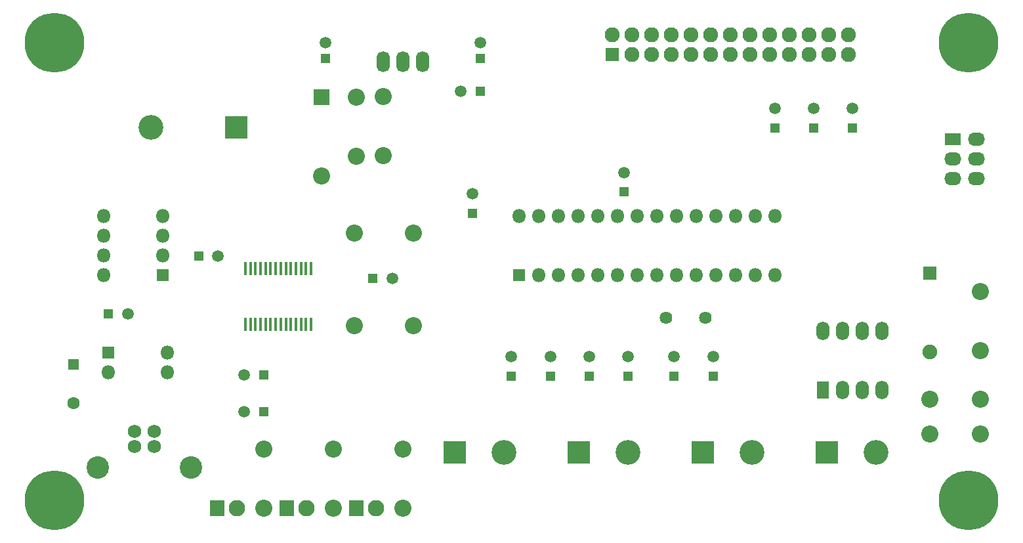
<source format=gts>
G04 #@! TF.GenerationSoftware,KiCad,Pcbnew,(5.0.0-rc2-20-gcf2a07559)*
G04 #@! TF.CreationDate,2018-05-24T23:42:55-07:00*
G04 #@! TF.ProjectId,Gecko_Controller,4765636B6F5F436F6E74726F6C6C6572,rev?*
G04 #@! TF.SameCoordinates,Original*
G04 #@! TF.FileFunction,Soldermask,Top*
G04 #@! TF.FilePolarity,Negative*
%FSLAX46Y46*%
G04 Gerber Fmt 4.6, Leading zero omitted, Abs format (unit mm)*
G04 Created by KiCad (PCBNEW (5.0.0-rc2-20-gcf2a07559)) date 05/24/18 23:42:55*
%MOMM*%
%LPD*%
G01*
G04 APERTURE LIST*
%ADD10R,0.450000X1.750000*%
%ADD11R,3.000000X3.000000*%
%ADD12C,3.203200*%
%ADD13R,1.727200X1.727200*%
%ADD14O,1.930400X1.930400*%
%ADD15O,1.704340X2.702560*%
%ADD16R,1.600000X1.600000*%
%ADD17O,1.803200X1.803200*%
%ADD18R,1.900000X2.000000*%
%ADD19C,2.103200*%
%ADD20C,1.727200*%
%ADD21C,2.903220*%
%ADD22R,1.498600X2.197100*%
%ADD23O,1.701800X2.400300*%
%ADD24R,2.000000X1.500000*%
%ADD25O,2.203200X1.703200*%
%ADD26C,2.202180*%
%ADD27C,2.203200*%
%ADD28R,1.998980X1.998980*%
%ADD29C,1.625600*%
%ADD30C,7.703200*%
%ADD31R,1.300000X1.300000*%
%ADD32C,1.503200*%
%ADD33C,1.902460*%
%ADD34R,1.699260X1.699260*%
%ADD35R,1.400000X1.400000*%
%ADD36C,1.603200*%
G04 APERTURE END LIST*
D10*
G04 #@! TO.C,U2*
X125129000Y-96095000D03*
X124479000Y-96095000D03*
X123829000Y-96095000D03*
X123179000Y-96095000D03*
X122529000Y-96095000D03*
X121879000Y-96095000D03*
X121229000Y-96095000D03*
X120579000Y-96095000D03*
X119929000Y-96095000D03*
X119279000Y-96095000D03*
X118629000Y-96095000D03*
X117979000Y-96095000D03*
X117329000Y-96095000D03*
X116679000Y-96095000D03*
X116679000Y-103295000D03*
X117329000Y-103295000D03*
X117979000Y-103295000D03*
X118629000Y-103295000D03*
X119279000Y-103295000D03*
X119929000Y-103295000D03*
X120579000Y-103295000D03*
X121229000Y-103295000D03*
X121879000Y-103295000D03*
X122529000Y-103295000D03*
X123179000Y-103295000D03*
X123829000Y-103295000D03*
X124479000Y-103295000D03*
X125129000Y-103295000D03*
G04 #@! TD*
D11*
G04 #@! TO.C,TB1*
X115500000Y-77900000D03*
D12*
X104500000Y-77900000D03*
G04 #@! TD*
D13*
G04 #@! TO.C,P3*
X164000000Y-68500000D03*
D14*
X164000000Y-65960000D03*
X166540000Y-68500000D03*
X166540000Y-65960000D03*
X169080000Y-68500000D03*
X169080000Y-65960000D03*
X171620000Y-68500000D03*
X171620000Y-65960000D03*
X174160000Y-68500000D03*
X174160000Y-65960000D03*
X176700000Y-68500000D03*
X176700000Y-65960000D03*
X179240000Y-68500000D03*
X179240000Y-65960000D03*
X181780000Y-68500000D03*
X181780000Y-65960000D03*
X184320000Y-68500000D03*
X184320000Y-65960000D03*
X186860000Y-68500000D03*
X186860000Y-65960000D03*
X189400000Y-68500000D03*
X189400000Y-65960000D03*
X191940000Y-68500000D03*
X191940000Y-65960000D03*
X194480000Y-68500000D03*
X194480000Y-65960000D03*
G04 #@! TD*
D15*
G04 #@! TO.C,U1*
X137000000Y-69500000D03*
X134460000Y-69500000D03*
X139540000Y-69500000D03*
G04 #@! TD*
D16*
G04 #@! TO.C,IC1*
X152000000Y-97000000D03*
D17*
X154540000Y-97000000D03*
X157080000Y-97000000D03*
X159620000Y-97000000D03*
X162160000Y-97000000D03*
X164700000Y-97000000D03*
X167240000Y-97000000D03*
X169780000Y-97000000D03*
X172320000Y-97000000D03*
X174860000Y-97000000D03*
X177400000Y-97000000D03*
X179940000Y-97000000D03*
X182480000Y-97000000D03*
X185020000Y-97000000D03*
X185020000Y-89380000D03*
X182480000Y-89380000D03*
X179940000Y-89380000D03*
X177400000Y-89380000D03*
X174860000Y-89380000D03*
X172320000Y-89380000D03*
X169780000Y-89380000D03*
X167240000Y-89380000D03*
X164700000Y-89380000D03*
X162160000Y-89380000D03*
X159620000Y-89380000D03*
X157080000Y-89380000D03*
X154540000Y-89380000D03*
X152000000Y-89380000D03*
G04 #@! TD*
D16*
G04 #@! TO.C,U3*
X106000000Y-97000000D03*
D17*
X106000000Y-94460000D03*
X106000000Y-91920000D03*
X106000000Y-89380000D03*
X98380000Y-89380000D03*
X98380000Y-91920000D03*
X98380000Y-94460000D03*
X98380000Y-97000000D03*
G04 #@! TD*
D16*
G04 #@! TO.C,Q1*
X99000000Y-107000000D03*
D17*
X99000000Y-109540000D03*
X106620000Y-109540000D03*
X106620000Y-107000000D03*
G04 #@! TD*
D18*
G04 #@! TO.C,D2*
X131000000Y-127000000D03*
D19*
X133540000Y-127000000D03*
G04 #@! TD*
D18*
G04 #@! TO.C,D3*
X122000000Y-127000000D03*
D19*
X124540000Y-127000000D03*
G04 #@! TD*
D18*
G04 #@! TO.C,D4*
X113000000Y-127000000D03*
D19*
X115540000Y-127000000D03*
G04 #@! TD*
D20*
G04 #@! TO.C,P1*
X102362000Y-117094000D03*
X104902000Y-117094000D03*
X104902000Y-119092980D03*
X102362000Y-119092980D03*
D21*
X97632520Y-121793000D03*
X109631480Y-121793000D03*
G04 #@! TD*
D11*
G04 #@! TO.C,TB5*
X175700000Y-119800000D03*
D12*
X182050000Y-119800000D03*
G04 #@! TD*
D11*
G04 #@! TO.C,TB2*
X191700000Y-119800000D03*
D12*
X198050000Y-119800000D03*
G04 #@! TD*
D11*
G04 #@! TO.C,TB4*
X159700000Y-119800000D03*
D12*
X166050000Y-119800000D03*
G04 #@! TD*
D11*
G04 #@! TO.C,TB3*
X143700000Y-119800000D03*
D12*
X150050000Y-119800000D03*
G04 #@! TD*
D22*
G04 #@! TO.C,SW2*
X191190000Y-111797300D03*
D23*
X193730000Y-111810000D03*
X196270000Y-111810000D03*
X198810000Y-111810000D03*
X198810000Y-104190000D03*
X196270000Y-104190000D03*
X193730000Y-104190000D03*
X191190000Y-104190000D03*
G04 #@! TD*
D24*
G04 #@! TO.C,P2*
X207980000Y-79460000D03*
D25*
X211020000Y-79460000D03*
X207980000Y-82000000D03*
X211020000Y-82000000D03*
X207980000Y-84540000D03*
X211020000Y-84540000D03*
G04 #@! TD*
D26*
G04 #@! TO.C,R5*
X211500000Y-106750000D03*
X211500000Y-99130000D03*
G04 #@! TD*
G04 #@! TO.C,R7*
X134477760Y-81584800D03*
X134477760Y-73964800D03*
G04 #@! TD*
G04 #@! TO.C,R6*
X131000000Y-74000000D03*
X131000000Y-81620000D03*
G04 #@! TD*
G04 #@! TO.C,R9*
X138303000Y-91567000D03*
X130683000Y-91567000D03*
G04 #@! TD*
G04 #@! TO.C,R8*
X138303000Y-103505000D03*
X130683000Y-103505000D03*
G04 #@! TD*
G04 #@! TO.C,R3*
X137000000Y-127000000D03*
X137000000Y-119380000D03*
G04 #@! TD*
G04 #@! TO.C,R4*
X128000000Y-127000000D03*
X128000000Y-119380000D03*
G04 #@! TD*
G04 #@! TO.C,R2*
X119000000Y-127000000D03*
X119000000Y-119380000D03*
G04 #@! TD*
D27*
G04 #@! TO.C,SW1*
X205000000Y-117500000D03*
X205000000Y-113000000D03*
X211500000Y-117500000D03*
X211500000Y-113000000D03*
G04 #@! TD*
D26*
G04 #@! TO.C,D1*
X126502540Y-84160000D03*
D28*
X126502540Y-74000000D03*
G04 #@! TD*
D29*
G04 #@! TO.C,Y1*
X176000000Y-102500000D03*
X170920000Y-102500000D03*
G04 #@! TD*
D30*
G04 #@! TO.C,REF\002A\002A*
X92000000Y-67000000D03*
G04 #@! TD*
G04 #@! TO.C,REF\002A\002A*
X92000000Y-126000000D03*
G04 #@! TD*
G04 #@! TO.C,REF\002A\002A*
X210000000Y-126000000D03*
G04 #@! TD*
G04 #@! TO.C,REF\002A\002A*
X210000000Y-67000000D03*
G04 #@! TD*
D31*
G04 #@! TO.C,C1*
X110617000Y-94488000D03*
D32*
X113117000Y-94488000D03*
G04 #@! TD*
D31*
G04 #@! TO.C,C2*
X166000000Y-110000000D03*
D32*
X166000000Y-107500000D03*
G04 #@! TD*
D31*
G04 #@! TO.C,C3*
X118999000Y-114554000D03*
D32*
X116499000Y-114554000D03*
G04 #@! TD*
D31*
G04 #@! TO.C,C4*
X127000000Y-69000000D03*
D32*
X127000000Y-67000000D03*
G04 #@! TD*
D31*
G04 #@! TO.C,C5*
X151000000Y-110000000D03*
D32*
X151000000Y-107500000D03*
G04 #@! TD*
D31*
G04 #@! TO.C,C6*
X156000000Y-110000000D03*
D32*
X156000000Y-107500000D03*
G04 #@! TD*
D31*
G04 #@! TO.C,C7*
X147000000Y-69000000D03*
D32*
X147000000Y-67000000D03*
G04 #@! TD*
D31*
G04 #@! TO.C,C9*
X161000000Y-110000000D03*
D32*
X161000000Y-107500000D03*
G04 #@! TD*
D31*
G04 #@! TO.C,C10*
X99000000Y-102000000D03*
D32*
X101500000Y-102000000D03*
G04 #@! TD*
D31*
G04 #@! TO.C,C11*
X177000000Y-110000000D03*
D32*
X177000000Y-107500000D03*
G04 #@! TD*
D31*
G04 #@! TO.C,C12*
X172000000Y-110000000D03*
D32*
X172000000Y-107500000D03*
G04 #@! TD*
D31*
G04 #@! TO.C,C13*
X165500000Y-86250000D03*
D32*
X165500000Y-83750000D03*
G04 #@! TD*
D31*
G04 #@! TO.C,C14*
X146000000Y-89000000D03*
D32*
X146000000Y-86500000D03*
G04 #@! TD*
D31*
G04 #@! TO.C,C15*
X185000000Y-78000000D03*
D32*
X185000000Y-75500000D03*
G04 #@! TD*
D31*
G04 #@! TO.C,C16*
X190000000Y-78000000D03*
D32*
X190000000Y-75500000D03*
G04 #@! TD*
D31*
G04 #@! TO.C,C8*
X146939000Y-73279000D03*
D32*
X144439000Y-73279000D03*
G04 #@! TD*
D31*
G04 #@! TO.C,C18*
X195000000Y-78000000D03*
D32*
X195000000Y-75500000D03*
G04 #@! TD*
D33*
G04 #@! TO.C,D5*
X205002540Y-106910520D03*
D34*
X205002540Y-96750520D03*
G04 #@! TD*
D35*
G04 #@! TO.C,F1*
X94488000Y-108458000D03*
D36*
X94488000Y-113458000D03*
G04 #@! TD*
D31*
G04 #@! TO.C,C17*
X118999000Y-109855000D03*
D32*
X116499000Y-109855000D03*
G04 #@! TD*
D31*
G04 #@! TO.C,C19*
X133096000Y-97409000D03*
D32*
X135596000Y-97409000D03*
G04 #@! TD*
M02*

</source>
